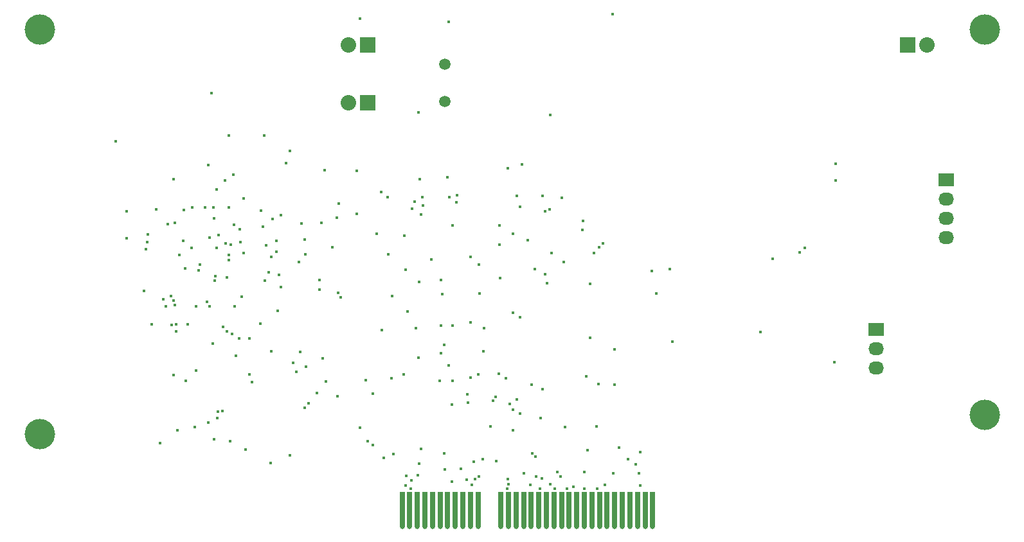
<source format=gbs>
G04 #@! TF.FileFunction,Soldermask,Bot*
%FSLAX46Y46*%
G04 Gerber Fmt 4.6, Leading zero omitted, Abs format (unit mm)*
G04 Created by KiCad (PCBNEW 4.0.2+dfsg1-stable) date ven 19 lug 2019 14:22:53 CEST*
%MOMM*%
G01*
G04 APERTURE LIST*
%ADD10C,0.100000*%
%ADD11C,0.650000*%
%ADD12O,0.650000X0.650000*%
%ADD13R,0.650000X4.600000*%
%ADD14C,1.500000*%
%ADD15C,4.000000*%
%ADD16R,2.032000X1.727200*%
%ADD17O,2.032000X1.727200*%
%ADD18R,2.032000X2.032000*%
%ADD19O,2.032000X2.032000*%
%ADD20C,0.400000*%
G04 APERTURE END LIST*
D10*
D11*
X131572000Y-124466000D03*
D12*
X151572000Y-124466000D03*
D13*
X151572000Y-122166000D03*
X131572000Y-122166000D03*
X132572000Y-122166000D03*
X133572000Y-122166000D03*
X134572000Y-122166000D03*
X135572000Y-122166000D03*
X136572000Y-122166000D03*
X137572000Y-122166000D03*
X138572000Y-122166000D03*
X139572000Y-122166000D03*
X140572000Y-122166000D03*
X141572000Y-122166000D03*
X146572000Y-122166000D03*
X147572000Y-122166000D03*
X148572000Y-122166000D03*
X149572000Y-122166000D03*
X150572000Y-122166000D03*
X144572000Y-122166000D03*
X145572000Y-122166000D03*
D12*
X134572000Y-124466000D03*
X135572000Y-124466000D03*
X136572000Y-124466000D03*
X137572000Y-124466000D03*
X138572000Y-124466000D03*
X139572000Y-124466000D03*
X140572000Y-124466000D03*
X146572000Y-124466000D03*
X147572000Y-124466000D03*
X133572000Y-124466000D03*
X145572000Y-124466000D03*
X148572000Y-124466000D03*
X141572000Y-124466000D03*
X144572000Y-124466000D03*
X149572000Y-124466000D03*
X150572000Y-124466000D03*
X132572000Y-124466000D03*
D13*
X152572000Y-122166000D03*
X153572000Y-122166000D03*
X154572000Y-122166000D03*
X155572000Y-122166000D03*
X156572000Y-122166000D03*
X157572000Y-122166000D03*
X158572000Y-122166000D03*
X159572000Y-122166000D03*
X160572000Y-122166000D03*
X161572000Y-122166000D03*
X162572000Y-122166000D03*
X163572000Y-122166000D03*
X164572000Y-122166000D03*
D12*
X152572000Y-124466000D03*
X153572000Y-124466000D03*
X154572000Y-124466000D03*
X155572000Y-124466000D03*
X156572000Y-124466000D03*
X157572000Y-124466000D03*
X158572000Y-124466000D03*
X159572000Y-124466000D03*
X160572000Y-124466000D03*
X161572000Y-124466000D03*
X162572000Y-124466000D03*
X163572000Y-124466000D03*
X164572000Y-124466000D03*
D14*
X137160000Y-63500000D03*
X137160000Y-68380000D03*
D15*
X208280000Y-58928000D03*
X83820000Y-112268000D03*
X208280000Y-109728000D03*
X83820000Y-58928000D03*
D16*
X203200000Y-78740000D03*
D17*
X203200000Y-81280000D03*
X203200000Y-83820000D03*
X203200000Y-86360000D03*
D18*
X198120000Y-60960000D03*
D19*
X200660000Y-60960000D03*
D16*
X194000000Y-98500000D03*
D17*
X194000000Y-101040000D03*
X194000000Y-103580000D03*
D18*
X127000000Y-60960000D03*
D19*
X124460000Y-60960000D03*
D18*
X127000000Y-68580000D03*
D19*
X124460000Y-68580000D03*
D20*
X121380000Y-77505600D03*
X157210000Y-111286000D03*
X114998000Y-86795000D03*
X153317000Y-119463000D03*
X149687000Y-119443000D03*
X150023000Y-118085000D03*
X157269000Y-119463000D03*
X113378000Y-72867900D03*
X122395000Y-87640700D03*
X120656000Y-91980000D03*
X188502000Y-102804000D03*
X153064000Y-111341000D03*
X138159000Y-108395000D03*
X145741000Y-108329000D03*
X135440000Y-89270000D03*
X115203000Y-95980000D03*
X155847000Y-104687000D03*
X93867700Y-73660000D03*
X101449000Y-78636400D03*
X105852000Y-94855100D03*
X118744000Y-108758000D03*
X143531000Y-107878000D03*
X106210000Y-95391300D03*
X127044000Y-113211000D03*
X149146000Y-115227000D03*
X106825000Y-83847600D03*
X121538000Y-105309000D03*
X148588000Y-105767000D03*
X99222500Y-82659800D03*
X99685800Y-113486000D03*
X148728000Y-114796000D03*
X151104000Y-118905000D03*
X95276000Y-82900000D03*
X101979000Y-111800000D03*
X146179000Y-111772000D03*
X110716000Y-81200000D03*
X109352000Y-78041900D03*
X106074000Y-76792900D03*
X111432000Y-99660800D03*
X133382000Y-98334400D03*
X132767000Y-118341000D03*
X132024000Y-119084000D03*
X107114000Y-80040800D03*
X103816000Y-87750300D03*
X107148000Y-87750300D03*
X130432000Y-114915000D03*
X138116000Y-118531000D03*
X106729000Y-82362700D03*
X162919000Y-119084000D03*
X162908000Y-114665000D03*
X126003000Y-111408000D03*
X184578000Y-87737700D03*
X162313000Y-116284000D03*
X100440000Y-95442300D03*
X108910000Y-113167000D03*
X183915000Y-88344900D03*
X155410000Y-84190800D03*
X145531000Y-77208600D03*
X116253000Y-76503900D03*
X110176000Y-85269100D03*
X100672000Y-84583900D03*
X100124000Y-94480700D03*
X180395000Y-89119400D03*
X144376000Y-84740300D03*
X142204000Y-115600000D03*
X110919000Y-114312000D03*
X101617000Y-95247800D03*
X158037000Y-87098500D03*
X101829000Y-97761900D03*
X101434000Y-104472000D03*
X143177000Y-111247000D03*
X144376000Y-87275500D03*
X156873000Y-88353700D03*
X151261000Y-88384800D03*
X146210000Y-109071000D03*
X107275000Y-109320000D03*
X101828000Y-98761000D03*
X152896000Y-89554700D03*
X103330000Y-97794000D03*
X104424000Y-103861000D03*
X140578000Y-104807000D03*
X141679000Y-89905000D03*
X166822000Y-90540000D03*
X164490000Y-90780600D03*
X150389000Y-91175000D03*
X132032000Y-90624700D03*
X129786000Y-88592300D03*
X118864000Y-88592300D03*
X108726000Y-88649000D03*
X102188000Y-88649000D03*
X104469000Y-95419800D03*
X150637000Y-92373200D03*
X149181000Y-117868000D03*
X150038000Y-106352000D03*
X120318000Y-106841000D03*
X109690000Y-101898000D03*
X112910000Y-97741900D03*
X106247000Y-86324400D03*
X144486000Y-91725300D03*
X143997000Y-115848000D03*
X108366000Y-87097500D03*
X117965000Y-89607900D03*
X149052000Y-90540000D03*
X145619000Y-118847000D03*
X98048900Y-85900000D03*
X101651000Y-84372900D03*
X132918000Y-82546800D03*
X131883000Y-86095000D03*
X148104000Y-86730000D03*
X145500000Y-118213000D03*
X140763000Y-118990000D03*
X140560000Y-88932000D03*
X140254000Y-108095000D03*
X107908000Y-109203000D03*
X95275800Y-86434700D03*
X141026000Y-115909000D03*
X141774000Y-93715000D03*
X116814000Y-115039000D03*
X97979700Y-86921600D03*
X156325000Y-92445000D03*
X136671000Y-91981700D03*
X133770000Y-116188000D03*
X133849000Y-92201600D03*
X133729000Y-102195000D03*
X121071000Y-102286000D03*
X107410000Y-86014900D03*
X97860700Y-87900000D03*
X114226000Y-116067000D03*
X108742000Y-89354100D03*
X132737000Y-119451000D03*
X136900000Y-93836400D03*
X159581000Y-105775000D03*
X165015000Y-93715000D03*
X137121000Y-100473000D03*
X159581000Y-101114000D03*
X118158000Y-101390000D03*
X108462000Y-91623900D03*
X104739000Y-90659100D03*
X105599000Y-82374600D03*
X118712000Y-86586000D03*
X120901000Y-84396800D03*
X146157000Y-85869400D03*
X154090000Y-119236000D03*
X101472000Y-94625300D03*
X106018000Y-110714000D03*
X152477000Y-117895000D03*
X149794000Y-110121000D03*
X113629000Y-87400000D03*
X113243000Y-84937200D03*
X118356000Y-84456700D03*
X158289000Y-118997000D03*
X102797000Y-82761500D03*
X127689000Y-113669000D03*
X147084000Y-82285000D03*
X143914000Y-107396000D03*
X146652000Y-107728000D03*
X148436000Y-118996000D03*
X147110000Y-109590000D03*
X101161000Y-94055700D03*
X107186000Y-110184000D03*
X146710000Y-80886100D03*
X144338000Y-104314000D03*
X117635000Y-104061000D03*
X109541000Y-95433200D03*
X145211000Y-104926000D03*
X145429000Y-119453000D03*
X123474000Y-94204400D03*
X133240000Y-81590500D03*
X131815000Y-104428000D03*
X141629000Y-104401000D03*
X141693000Y-117888000D03*
X123144000Y-93648500D03*
X133880000Y-78628700D03*
X138772000Y-80783700D03*
X140038000Y-118260000D03*
X137790000Y-81053500D03*
X150049000Y-80858100D03*
X137743000Y-103243000D03*
X118942000Y-103421000D03*
X110447000Y-94124400D03*
X138172000Y-105213000D03*
X136547000Y-105227000D03*
X137170000Y-116951000D03*
X120705000Y-93198200D03*
X129692000Y-81019000D03*
X127746000Y-106945000D03*
X123038000Y-107266000D03*
X129133000Y-115441000D03*
X152571000Y-81150300D03*
X134271000Y-81019000D03*
X133666000Y-117689000D03*
X134353000Y-82146300D03*
X125603000Y-83239200D03*
X115600000Y-92918600D03*
X150973000Y-82669400D03*
X150366000Y-82918200D03*
X132108000Y-117773000D03*
X134076000Y-83288700D03*
X103936000Y-82367600D03*
X102735000Y-86774700D03*
X109023000Y-87289300D03*
X122968000Y-83764700D03*
X157399000Y-105695000D03*
X157495000Y-87634300D03*
X178809000Y-98792300D03*
X114374000Y-101326000D03*
X106886000Y-92049500D03*
X117190000Y-102868000D03*
X106988000Y-91400000D03*
X115391000Y-91311700D03*
X113995000Y-90966900D03*
X167133000Y-100062000D03*
X108214000Y-78827500D03*
X147088000Y-96891800D03*
X146166000Y-96255000D03*
X140574000Y-97506100D03*
X140160000Y-106999000D03*
X119206000Y-108212000D03*
X102952000Y-90447500D03*
X110110000Y-99612100D03*
X106660000Y-100308000D03*
X132262000Y-96099800D03*
X130143000Y-104866000D03*
X103059000Y-105200000D03*
X101228000Y-97875000D03*
X104967000Y-89900000D03*
X109133000Y-99064800D03*
X133757000Y-69810800D03*
X126797000Y-105183000D03*
X108749000Y-72867900D03*
X128260000Y-85820000D03*
X116814000Y-74925500D03*
X110270000Y-86965800D03*
X114347000Y-88900000D03*
X123190000Y-81908400D03*
X111434000Y-104386000D03*
X108489000Y-98699600D03*
X111766000Y-105408000D03*
X107993000Y-98134800D03*
X155952000Y-114352000D03*
X155572000Y-117260000D03*
X152055000Y-117260000D03*
X108740000Y-82356100D03*
X109457000Y-84680100D03*
X151635000Y-119442000D03*
X136671000Y-97986400D03*
X136671000Y-101600000D03*
X137123000Y-114850000D03*
X156346000Y-99583600D03*
X147593000Y-117427000D03*
X134059000Y-114237000D03*
X155572000Y-119458000D03*
X138220000Y-97986400D03*
X139321000Y-116867000D03*
X141167000Y-118232000D03*
X106434000Y-67285700D03*
X110663000Y-88400000D03*
X159253000Y-56924000D03*
X159396000Y-117431000D03*
X162794000Y-117431000D03*
X115052000Y-88195700D03*
X125568000Y-77572700D03*
X137538000Y-78401100D03*
X188656000Y-78795000D03*
X188656000Y-76623600D03*
X147368000Y-76740300D03*
X160171000Y-114058000D03*
X104234000Y-111338000D03*
X97597600Y-93400000D03*
X161341000Y-115603000D03*
X106786000Y-112961000D03*
X98573300Y-97768200D03*
X151049000Y-70175300D03*
X114527000Y-83931100D03*
X137669000Y-57917700D03*
X115636000Y-83400000D03*
X126050000Y-57466500D03*
X112997000Y-82818900D03*
X155314000Y-85321800D03*
X138734000Y-81670900D03*
X128786000Y-80310500D03*
X113500000Y-92037900D03*
X142310000Y-101383000D03*
X138185000Y-84773000D03*
X130273300Y-94045100D03*
X128873800Y-98545100D03*
X142337500Y-98334400D03*
M02*

</source>
